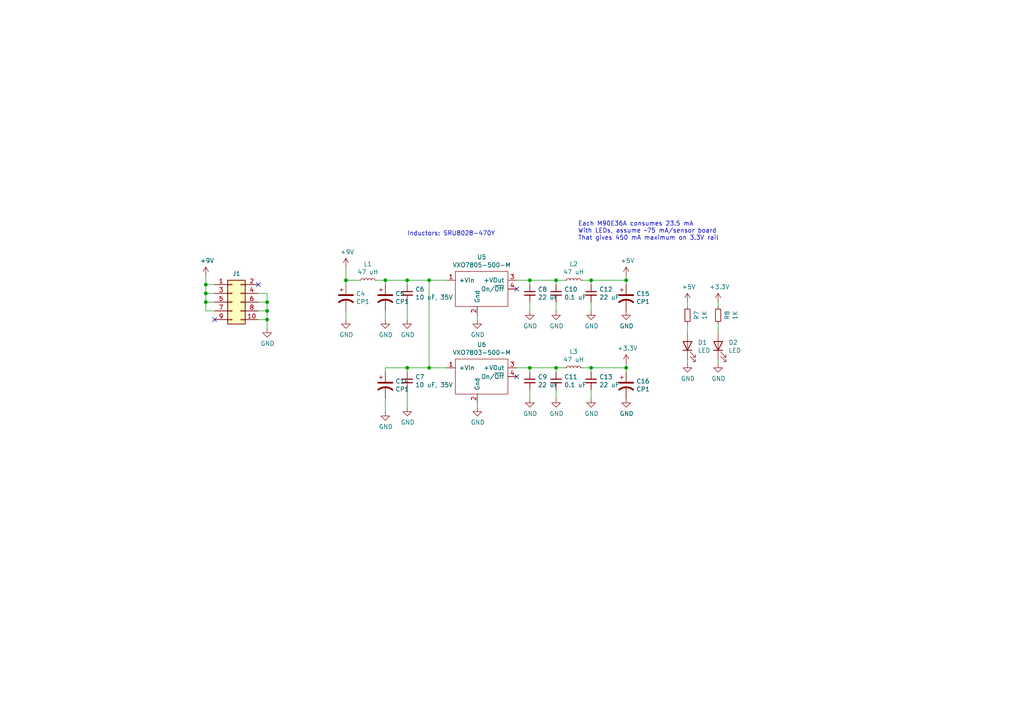
<source format=kicad_sch>
(kicad_sch (version 20230121) (generator eeschema)

  (uuid b96fe6ac-3535-4455-ab88-ed77f5e46d6e)

  (paper "A4")

  (lib_symbols
    (symbol "Connector_Generic:Conn_02x05_Odd_Even" (pin_names (offset 1.016) hide) (in_bom yes) (on_board yes)
      (property "Reference" "J" (at 1.27 7.62 0)
        (effects (font (size 1.27 1.27)))
      )
      (property "Value" "Conn_02x05_Odd_Even" (at 1.27 -7.62 0)
        (effects (font (size 1.27 1.27)))
      )
      (property "Footprint" "" (at 0 0 0)
        (effects (font (size 1.27 1.27)) hide)
      )
      (property "Datasheet" "~" (at 0 0 0)
        (effects (font (size 1.27 1.27)) hide)
      )
      (property "ki_keywords" "connector" (at 0 0 0)
        (effects (font (size 1.27 1.27)) hide)
      )
      (property "ki_description" "Generic connector, double row, 02x05, odd/even pin numbering scheme (row 1 odd numbers, row 2 even numbers), script generated (kicad-library-utils/schlib/autogen/connector/)" (at 0 0 0)
        (effects (font (size 1.27 1.27)) hide)
      )
      (property "ki_fp_filters" "Connector*:*_2x??_*" (at 0 0 0)
        (effects (font (size 1.27 1.27)) hide)
      )
      (symbol "Conn_02x05_Odd_Even_1_1"
        (rectangle (start -1.27 -4.953) (end 0 -5.207)
          (stroke (width 0.1524) (type default))
          (fill (type none))
        )
        (rectangle (start -1.27 -2.413) (end 0 -2.667)
          (stroke (width 0.1524) (type default))
          (fill (type none))
        )
        (rectangle (start -1.27 0.127) (end 0 -0.127)
          (stroke (width 0.1524) (type default))
          (fill (type none))
        )
        (rectangle (start -1.27 2.667) (end 0 2.413)
          (stroke (width 0.1524) (type default))
          (fill (type none))
        )
        (rectangle (start -1.27 5.207) (end 0 4.953)
          (stroke (width 0.1524) (type default))
          (fill (type none))
        )
        (rectangle (start -1.27 6.35) (end 3.81 -6.35)
          (stroke (width 0.254) (type default))
          (fill (type background))
        )
        (rectangle (start 3.81 -4.953) (end 2.54 -5.207)
          (stroke (width 0.1524) (type default))
          (fill (type none))
        )
        (rectangle (start 3.81 -2.413) (end 2.54 -2.667)
          (stroke (width 0.1524) (type default))
          (fill (type none))
        )
        (rectangle (start 3.81 0.127) (end 2.54 -0.127)
          (stroke (width 0.1524) (type default))
          (fill (type none))
        )
        (rectangle (start 3.81 2.667) (end 2.54 2.413)
          (stroke (width 0.1524) (type default))
          (fill (type none))
        )
        (rectangle (start 3.81 5.207) (end 2.54 4.953)
          (stroke (width 0.1524) (type default))
          (fill (type none))
        )
        (pin passive line (at -5.08 5.08 0) (length 3.81)
          (name "Pin_1" (effects (font (size 1.27 1.27))))
          (number "1" (effects (font (size 1.27 1.27))))
        )
        (pin passive line (at 7.62 -5.08 180) (length 3.81)
          (name "Pin_10" (effects (font (size 1.27 1.27))))
          (number "10" (effects (font (size 1.27 1.27))))
        )
        (pin passive line (at 7.62 5.08 180) (length 3.81)
          (name "Pin_2" (effects (font (size 1.27 1.27))))
          (number "2" (effects (font (size 1.27 1.27))))
        )
        (pin passive line (at -5.08 2.54 0) (length 3.81)
          (name "Pin_3" (effects (font (size 1.27 1.27))))
          (number "3" (effects (font (size 1.27 1.27))))
        )
        (pin passive line (at 7.62 2.54 180) (length 3.81)
          (name "Pin_4" (effects (font (size 1.27 1.27))))
          (number "4" (effects (font (size 1.27 1.27))))
        )
        (pin passive line (at -5.08 0 0) (length 3.81)
          (name "Pin_5" (effects (font (size 1.27 1.27))))
          (number "5" (effects (font (size 1.27 1.27))))
        )
        (pin passive line (at 7.62 0 180) (length 3.81)
          (name "Pin_6" (effects (font (size 1.27 1.27))))
          (number "6" (effects (font (size 1.27 1.27))))
        )
        (pin passive line (at -5.08 -2.54 0) (length 3.81)
          (name "Pin_7" (effects (font (size 1.27 1.27))))
          (number "7" (effects (font (size 1.27 1.27))))
        )
        (pin passive line (at 7.62 -2.54 180) (length 3.81)
          (name "Pin_8" (effects (font (size 1.27 1.27))))
          (number "8" (effects (font (size 1.27 1.27))))
        )
        (pin passive line (at -5.08 -5.08 0) (length 3.81)
          (name "Pin_9" (effects (font (size 1.27 1.27))))
          (number "9" (effects (font (size 1.27 1.27))))
        )
      )
    )
    (symbol "Device:CP1" (pin_numbers hide) (pin_names (offset 0.254) hide) (in_bom yes) (on_board yes)
      (property "Reference" "C" (at 0.635 2.54 0)
        (effects (font (size 1.27 1.27)) (justify left))
      )
      (property "Value" "Device_CP1" (at 0.635 -2.54 0)
        (effects (font (size 1.27 1.27)) (justify left))
      )
      (property "Footprint" "" (at 0 0 0)
        (effects (font (size 1.27 1.27)) hide)
      )
      (property "Datasheet" "" (at 0 0 0)
        (effects (font (size 1.27 1.27)) hide)
      )
      (property "ki_fp_filters" "CP_*" (at 0 0 0)
        (effects (font (size 1.27 1.27)) hide)
      )
      (symbol "CP1_0_1"
        (polyline
          (pts
            (xy -2.032 0.762)
            (xy 2.032 0.762)
          )
          (stroke (width 0.508) (type default))
          (fill (type none))
        )
        (polyline
          (pts
            (xy -1.778 2.286)
            (xy -0.762 2.286)
          )
          (stroke (width 0) (type default))
          (fill (type none))
        )
        (polyline
          (pts
            (xy -1.27 1.778)
            (xy -1.27 2.794)
          )
          (stroke (width 0) (type default))
          (fill (type none))
        )
        (arc (start 2.032 -1.27) (mid 0 -0.5572) (end -2.032 -1.27)
          (stroke (width 0.508) (type default))
          (fill (type none))
        )
      )
      (symbol "CP1_1_1"
        (pin passive line (at 0 3.81 270) (length 2.794)
          (name "~" (effects (font (size 1.27 1.27))))
          (number "1" (effects (font (size 1.27 1.27))))
        )
        (pin passive line (at 0 -3.81 90) (length 3.302)
          (name "~" (effects (font (size 1.27 1.27))))
          (number "2" (effects (font (size 1.27 1.27))))
        )
      )
    )
    (symbol "Device:C_Small" (pin_numbers hide) (pin_names (offset 0.254) hide) (in_bom yes) (on_board yes)
      (property "Reference" "C" (at 0.254 1.778 0)
        (effects (font (size 1.27 1.27)) (justify left))
      )
      (property "Value" "C_Small" (at 0.254 -2.032 0)
        (effects (font (size 1.27 1.27)) (justify left))
      )
      (property "Footprint" "" (at 0 0 0)
        (effects (font (size 1.27 1.27)) hide)
      )
      (property "Datasheet" "~" (at 0 0 0)
        (effects (font (size 1.27 1.27)) hide)
      )
      (property "ki_keywords" "capacitor cap" (at 0 0 0)
        (effects (font (size 1.27 1.27)) hide)
      )
      (property "ki_description" "Unpolarized capacitor, small symbol" (at 0 0 0)
        (effects (font (size 1.27 1.27)) hide)
      )
      (property "ki_fp_filters" "C_*" (at 0 0 0)
        (effects (font (size 1.27 1.27)) hide)
      )
      (symbol "C_Small_0_1"
        (polyline
          (pts
            (xy -1.524 -0.508)
            (xy 1.524 -0.508)
          )
          (stroke (width 0.3302) (type default))
          (fill (type none))
        )
        (polyline
          (pts
            (xy -1.524 0.508)
            (xy 1.524 0.508)
          )
          (stroke (width 0.3048) (type default))
          (fill (type none))
        )
      )
      (symbol "C_Small_1_1"
        (pin passive line (at 0 2.54 270) (length 2.032)
          (name "~" (effects (font (size 1.27 1.27))))
          (number "1" (effects (font (size 1.27 1.27))))
        )
        (pin passive line (at 0 -2.54 90) (length 2.032)
          (name "~" (effects (font (size 1.27 1.27))))
          (number "2" (effects (font (size 1.27 1.27))))
        )
      )
    )
    (symbol "Device:LED" (pin_numbers hide) (pin_names (offset 1.016) hide) (in_bom yes) (on_board yes)
      (property "Reference" "D" (at 0 2.54 0)
        (effects (font (size 1.27 1.27)))
      )
      (property "Value" "LED" (at 0 -2.54 0)
        (effects (font (size 1.27 1.27)))
      )
      (property "Footprint" "" (at 0 0 0)
        (effects (font (size 1.27 1.27)) hide)
      )
      (property "Datasheet" "~" (at 0 0 0)
        (effects (font (size 1.27 1.27)) hide)
      )
      (property "ki_keywords" "LED diode" (at 0 0 0)
        (effects (font (size 1.27 1.27)) hide)
      )
      (property "ki_description" "Light emitting diode" (at 0 0 0)
        (effects (font (size 1.27 1.27)) hide)
      )
      (property "ki_fp_filters" "LED* LED_SMD:* LED_THT:*" (at 0 0 0)
        (effects (font (size 1.27 1.27)) hide)
      )
      (symbol "LED_0_1"
        (polyline
          (pts
            (xy -1.27 -1.27)
            (xy -1.27 1.27)
          )
          (stroke (width 0.254) (type default))
          (fill (type none))
        )
        (polyline
          (pts
            (xy -1.27 0)
            (xy 1.27 0)
          )
          (stroke (width 0) (type default))
          (fill (type none))
        )
        (polyline
          (pts
            (xy 1.27 -1.27)
            (xy 1.27 1.27)
            (xy -1.27 0)
            (xy 1.27 -1.27)
          )
          (stroke (width 0.254) (type default))
          (fill (type none))
        )
        (polyline
          (pts
            (xy -3.048 -0.762)
            (xy -4.572 -2.286)
            (xy -3.81 -2.286)
            (xy -4.572 -2.286)
            (xy -4.572 -1.524)
          )
          (stroke (width 0) (type default))
          (fill (type none))
        )
        (polyline
          (pts
            (xy -1.778 -0.762)
            (xy -3.302 -2.286)
            (xy -2.54 -2.286)
            (xy -3.302 -2.286)
            (xy -3.302 -1.524)
          )
          (stroke (width 0) (type default))
          (fill (type none))
        )
      )
      (symbol "LED_1_1"
        (pin passive line (at -3.81 0 0) (length 2.54)
          (name "K" (effects (font (size 1.27 1.27))))
          (number "1" (effects (font (size 1.27 1.27))))
        )
        (pin passive line (at 3.81 0 180) (length 2.54)
          (name "A" (effects (font (size 1.27 1.27))))
          (number "2" (effects (font (size 1.27 1.27))))
        )
      )
    )
    (symbol "Device:L_Small" (pin_numbers hide) (pin_names (offset 0.254) hide) (in_bom yes) (on_board yes)
      (property "Reference" "L" (at 0.762 1.016 0)
        (effects (font (size 1.27 1.27)) (justify left))
      )
      (property "Value" "L_Small" (at 0.762 -1.016 0)
        (effects (font (size 1.27 1.27)) (justify left))
      )
      (property "Footprint" "" (at 0 0 0)
        (effects (font (size 1.27 1.27)) hide)
      )
      (property "Datasheet" "~" (at 0 0 0)
        (effects (font (size 1.27 1.27)) hide)
      )
      (property "ki_keywords" "inductor choke coil reactor magnetic" (at 0 0 0)
        (effects (font (size 1.27 1.27)) hide)
      )
      (property "ki_description" "Inductor, small symbol" (at 0 0 0)
        (effects (font (size 1.27 1.27)) hide)
      )
      (property "ki_fp_filters" "Choke_* *Coil* Inductor_* L_*" (at 0 0 0)
        (effects (font (size 1.27 1.27)) hide)
      )
      (symbol "L_Small_0_1"
        (arc (start 0 -2.032) (mid 0.5058 -1.524) (end 0 -1.016)
          (stroke (width 0) (type default))
          (fill (type none))
        )
        (arc (start 0 -1.016) (mid 0.5058 -0.508) (end 0 0)
          (stroke (width 0) (type default))
          (fill (type none))
        )
        (arc (start 0 0) (mid 0.5058 0.508) (end 0 1.016)
          (stroke (width 0) (type default))
          (fill (type none))
        )
        (arc (start 0 1.016) (mid 0.5058 1.524) (end 0 2.032)
          (stroke (width 0) (type default))
          (fill (type none))
        )
      )
      (symbol "L_Small_1_1"
        (pin passive line (at 0 2.54 270) (length 0.508)
          (name "~" (effects (font (size 1.27 1.27))))
          (number "1" (effects (font (size 1.27 1.27))))
        )
        (pin passive line (at 0 -2.54 90) (length 0.508)
          (name "~" (effects (font (size 1.27 1.27))))
          (number "2" (effects (font (size 1.27 1.27))))
        )
      )
    )
    (symbol "Device:R_Small" (pin_numbers hide) (pin_names (offset 0.254) hide) (in_bom yes) (on_board yes)
      (property "Reference" "R" (at 0.762 0.508 0)
        (effects (font (size 1.27 1.27)) (justify left))
      )
      (property "Value" "R_Small" (at 0.762 -1.016 0)
        (effects (font (size 1.27 1.27)) (justify left))
      )
      (property "Footprint" "" (at 0 0 0)
        (effects (font (size 1.27 1.27)) hide)
      )
      (property "Datasheet" "~" (at 0 0 0)
        (effects (font (size 1.27 1.27)) hide)
      )
      (property "ki_keywords" "R resistor" (at 0 0 0)
        (effects (font (size 1.27 1.27)) hide)
      )
      (property "ki_description" "Resistor, small symbol" (at 0 0 0)
        (effects (font (size 1.27 1.27)) hide)
      )
      (property "ki_fp_filters" "R_*" (at 0 0 0)
        (effects (font (size 1.27 1.27)) hide)
      )
      (symbol "R_Small_0_1"
        (rectangle (start -0.762 1.778) (end 0.762 -1.778)
          (stroke (width 0.2032) (type default))
          (fill (type none))
        )
      )
      (symbol "R_Small_1_1"
        (pin passive line (at 0 2.54 270) (length 0.762)
          (name "~" (effects (font (size 1.27 1.27))))
          (number "1" (effects (font (size 1.27 1.27))))
        )
        (pin passive line (at 0 -2.54 90) (length 0.762)
          (name "~" (effects (font (size 1.27 1.27))))
          (number "2" (effects (font (size 1.27 1.27))))
        )
      )
    )
    (symbol "custom:VXO78x-500-M" (pin_names (offset 1.016)) (in_bom yes) (on_board yes)
      (property "Reference" "U" (at -1.27 8.89 0)
        (effects (font (size 1.27 1.27)))
      )
      (property "Value" "VXO78x-500-M" (at 0 6.35 0)
        (effects (font (size 1.27 1.27)))
      )
      (property "Footprint" "custom:VXO78x-500-M" (at 0 0 0)
        (effects (font (size 1.27 1.27)) hide)
      )
      (property "Datasheet" "" (at 0 0 0)
        (effects (font (size 1.27 1.27)) hide)
      )
      (symbol "VXO78x-500-M_0_1"
        (rectangle (start -6.35 3.81) (end 8.89 -6.35)
          (stroke (width 0) (type default))
          (fill (type none))
        )
      )
      (symbol "VXO78x-500-M_1_1"
        (pin power_in line (at -8.89 1.27 0) (length 2.54)
          (name "+VIn" (effects (font (size 1.27 1.27))))
          (number "1" (effects (font (size 1.27 1.27))))
        )
        (pin power_in line (at 0 -8.89 90) (length 2.54)
          (name "Gnd" (effects (font (size 1.27 1.27))))
          (number "2" (effects (font (size 1.27 1.27))))
        )
        (pin power_out line (at 11.43 1.27 180) (length 2.54)
          (name "+VOut" (effects (font (size 1.27 1.27))))
          (number "3" (effects (font (size 1.27 1.27))))
        )
        (pin input line (at 11.43 -1.27 180) (length 2.54)
          (name "On/~{Off}" (effects (font (size 1.27 1.27))))
          (number "4" (effects (font (size 1.27 1.27))))
        )
      )
    )
    (symbol "power:+3.3V" (power) (pin_names (offset 0)) (in_bom yes) (on_board yes)
      (property "Reference" "#PWR" (at 0 -3.81 0)
        (effects (font (size 1.27 1.27)) hide)
      )
      (property "Value" "+3.3V" (at 0 3.556 0)
        (effects (font (size 1.27 1.27)))
      )
      (property "Footprint" "" (at 0 0 0)
        (effects (font (size 1.27 1.27)) hide)
      )
      (property "Datasheet" "" (at 0 0 0)
        (effects (font (size 1.27 1.27)) hide)
      )
      (property "ki_keywords" "global power" (at 0 0 0)
        (effects (font (size 1.27 1.27)) hide)
      )
      (property "ki_description" "Power symbol creates a global label with name \"+3.3V\"" (at 0 0 0)
        (effects (font (size 1.27 1.27)) hide)
      )
      (symbol "+3.3V_0_1"
        (polyline
          (pts
            (xy -0.762 1.27)
            (xy 0 2.54)
          )
          (stroke (width 0) (type default))
          (fill (type none))
        )
        (polyline
          (pts
            (xy 0 0)
            (xy 0 2.54)
          )
          (stroke (width 0) (type default))
          (fill (type none))
        )
        (polyline
          (pts
            (xy 0 2.54)
            (xy 0.762 1.27)
          )
          (stroke (width 0) (type default))
          (fill (type none))
        )
      )
      (symbol "+3.3V_1_1"
        (pin power_in line (at 0 0 90) (length 0) hide
          (name "+3.3V" (effects (font (size 1.27 1.27))))
          (number "1" (effects (font (size 1.27 1.27))))
        )
      )
    )
    (symbol "power:+5V" (power) (pin_names (offset 0)) (in_bom yes) (on_board yes)
      (property "Reference" "#PWR" (at 0 -3.81 0)
        (effects (font (size 1.27 1.27)) hide)
      )
      (property "Value" "+5V" (at 0 3.556 0)
        (effects (font (size 1.27 1.27)))
      )
      (property "Footprint" "" (at 0 0 0)
        (effects (font (size 1.27 1.27)) hide)
      )
      (property "Datasheet" "" (at 0 0 0)
        (effects (font (size 1.27 1.27)) hide)
      )
      (property "ki_keywords" "global power" (at 0 0 0)
        (effects (font (size 1.27 1.27)) hide)
      )
      (property "ki_description" "Power symbol creates a global label with name \"+5V\"" (at 0 0 0)
        (effects (font (size 1.27 1.27)) hide)
      )
      (symbol "+5V_0_1"
        (polyline
          (pts
            (xy -0.762 1.27)
            (xy 0 2.54)
          )
          (stroke (width 0) (type default))
          (fill (type none))
        )
        (polyline
          (pts
            (xy 0 0)
            (xy 0 2.54)
          )
          (stroke (width 0) (type default))
          (fill (type none))
        )
        (polyline
          (pts
            (xy 0 2.54)
            (xy 0.762 1.27)
          )
          (stroke (width 0) (type default))
          (fill (type none))
        )
      )
      (symbol "+5V_1_1"
        (pin power_in line (at 0 0 90) (length 0) hide
          (name "+5V" (effects (font (size 1.27 1.27))))
          (number "1" (effects (font (size 1.27 1.27))))
        )
      )
    )
    (symbol "power:+9V" (power) (pin_names (offset 0)) (in_bom yes) (on_board yes)
      (property "Reference" "#PWR" (at 0 -3.81 0)
        (effects (font (size 1.27 1.27)) hide)
      )
      (property "Value" "+9V" (at 0 3.556 0)
        (effects (font (size 1.27 1.27)))
      )
      (property "Footprint" "" (at 0 0 0)
        (effects (font (size 1.27 1.27)) hide)
      )
      (property "Datasheet" "" (at 0 0 0)
        (effects (font (size 1.27 1.27)) hide)
      )
      (property "ki_keywords" "global power" (at 0 0 0)
        (effects (font (size 1.27 1.27)) hide)
      )
      (property "ki_description" "Power symbol creates a global label with name \"+9V\"" (at 0 0 0)
        (effects (font (size 1.27 1.27)) hide)
      )
      (symbol "+9V_0_1"
        (polyline
          (pts
            (xy -0.762 1.27)
            (xy 0 2.54)
          )
          (stroke (width 0) (type default))
          (fill (type none))
        )
        (polyline
          (pts
            (xy 0 0)
            (xy 0 2.54)
          )
          (stroke (width 0) (type default))
          (fill (type none))
        )
        (polyline
          (pts
            (xy 0 2.54)
            (xy 0.762 1.27)
          )
          (stroke (width 0) (type default))
          (fill (type none))
        )
      )
      (symbol "+9V_1_1"
        (pin power_in line (at 0 0 90) (length 0) hide
          (name "+9V" (effects (font (size 1.27 1.27))))
          (number "1" (effects (font (size 1.27 1.27))))
        )
      )
    )
    (symbol "power:GND" (power) (pin_names (offset 0)) (in_bom yes) (on_board yes)
      (property "Reference" "#PWR" (at 0 -6.35 0)
        (effects (font (size 1.27 1.27)) hide)
      )
      (property "Value" "GND" (at 0 -3.81 0)
        (effects (font (size 1.27 1.27)))
      )
      (property "Footprint" "" (at 0 0 0)
        (effects (font (size 1.27 1.27)) hide)
      )
      (property "Datasheet" "" (at 0 0 0)
        (effects (font (size 1.27 1.27)) hide)
      )
      (property "ki_keywords" "global power" (at 0 0 0)
        (effects (font (size 1.27 1.27)) hide)
      )
      (property "ki_description" "Power symbol creates a global label with name \"GND\" , ground" (at 0 0 0)
        (effects (font (size 1.27 1.27)) hide)
      )
      (symbol "GND_0_1"
        (polyline
          (pts
            (xy 0 0)
            (xy 0 -1.27)
            (xy 1.27 -1.27)
            (xy 0 -2.54)
            (xy -1.27 -1.27)
            (xy 0 -1.27)
          )
          (stroke (width 0) (type default))
          (fill (type none))
        )
      )
      (symbol "GND_1_1"
        (pin power_in line (at 0 0 270) (length 0) hide
          (name "GND" (effects (font (size 1.27 1.27))))
          (number "1" (effects (font (size 1.27 1.27))))
        )
      )
    )
  )

  (junction (at 77.47 87.63) (diameter 0) (color 0 0 0 0)
    (uuid 026ac84e-b8b2-4dd2-b675-8323c24fd778)
  )
  (junction (at 181.61 81.28) (diameter 0) (color 0 0 0 0)
    (uuid 16bd6381-8ac0-4bf2-9dce-ecc20c724b8d)
  )
  (junction (at 161.29 81.28) (diameter 0) (color 0 0 0 0)
    (uuid 20c315f4-1e4f-49aa-8d61-778a7389df7e)
  )
  (junction (at 124.46 81.28) (diameter 0) (color 0 0 0 0)
    (uuid 2d67a417-188f-4014-9282-000265d80009)
  )
  (junction (at 77.47 92.71) (diameter 0) (color 0 0 0 0)
    (uuid 34d03349-6d78-4165-a683-2d8b76f2bae8)
  )
  (junction (at 100.33 81.28) (diameter 0) (color 0 0 0 0)
    (uuid 41acfe41-fac7-432a-a7a3-946566e2d504)
  )
  (junction (at 124.46 106.68) (diameter 0) (color 0 0 0 0)
    (uuid 477311b9-8f81-40c8-9c55-fd87e287247a)
  )
  (junction (at 171.45 106.68) (diameter 0) (color 0 0 0 0)
    (uuid 4fa10683-33cd-4dcd-8acc-2415cd63c62a)
  )
  (junction (at 118.11 81.28) (diameter 0) (color 0 0 0 0)
    (uuid 65134029-dbd2-409a-85a8-13c2a33ff019)
  )
  (junction (at 59.69 85.09) (diameter 0) (color 0 0 0 0)
    (uuid 6f80f798-dc24-438f-a1eb-4ee2936267c8)
  )
  (junction (at 161.29 106.68) (diameter 0) (color 0 0 0 0)
    (uuid 7b044939-8c4d-444f-b9e0-a15fcdeb5a86)
  )
  (junction (at 77.47 90.17) (diameter 0) (color 0 0 0 0)
    (uuid 86dc7a78-7d51-4111-9eea-8a8f7977eb16)
  )
  (junction (at 153.67 106.68) (diameter 0) (color 0 0 0 0)
    (uuid 89e83c2e-e90a-4a50-b278-880bac0cfb49)
  )
  (junction (at 171.45 81.28) (diameter 0) (color 0 0 0 0)
    (uuid 8d0c1d66-35ef-4a53-a28f-436a11b54f42)
  )
  (junction (at 59.69 82.55) (diameter 0) (color 0 0 0 0)
    (uuid 9a0b74a5-4879-4b51-8e8e-6d85a0107422)
  )
  (junction (at 59.69 87.63) (diameter 0) (color 0 0 0 0)
    (uuid aa79024d-ca7e-4c24-b127-7df08bbd0c75)
  )
  (junction (at 181.61 106.68) (diameter 0) (color 0 0 0 0)
    (uuid c5eb1e4c-ce83-470e-8f32-e20ff1f886a3)
  )
  (junction (at 118.11 106.68) (diameter 0) (color 0 0 0 0)
    (uuid cdfb07af-801b-44ba-8c30-d021a6ad3039)
  )
  (junction (at 153.67 81.28) (diameter 0) (color 0 0 0 0)
    (uuid d6fb27cf-362d-4568-967c-a5bf49d5931b)
  )
  (junction (at 111.76 81.28) (diameter 0) (color 0 0 0 0)
    (uuid e472dac4-5b65-4920-b8b2-6065d140a69d)
  )

  (no_connect (at 62.23 92.71) (uuid 1c68b844-c861-46b7-b734-0242168a4220))
  (no_connect (at 74.93 82.55) (uuid 4b03e854-02fe-44cc-bece-f8268b7cae54))
  (no_connect (at 149.86 109.22) (uuid 609b9e1b-4e3b-42b7-ac76-a62ec4d0e7c7))
  (no_connect (at 149.86 83.82) (uuid e54e5e19-1deb-49a9-8629-617db8e434c0))

  (wire (pts (xy 161.29 106.68) (xy 163.83 106.68))
    (stroke (width 0) (type default))
    (uuid 0325ec43-0390-4ae2-b055-b1ec6ce17b1c)
  )
  (wire (pts (xy 59.69 80.01) (xy 59.69 82.55))
    (stroke (width 0) (type default))
    (uuid 088f77ba-fca9-42b3-876e-a6937267f957)
  )
  (wire (pts (xy 124.46 106.68) (xy 124.46 81.28))
    (stroke (width 0) (type default))
    (uuid 097edb1b-8998-4e70-b670-bba125982348)
  )
  (wire (pts (xy 77.47 87.63) (xy 74.93 87.63))
    (stroke (width 0) (type default))
    (uuid 0bcafe80-ffba-4f1e-ae51-95a595b006db)
  )
  (wire (pts (xy 138.43 92.71) (xy 138.43 91.44))
    (stroke (width 0) (type default))
    (uuid 0cc45b5b-96b3-4284-9cae-a3a9e324a916)
  )
  (wire (pts (xy 161.29 90.17) (xy 161.29 87.63))
    (stroke (width 0) (type default))
    (uuid 0ce8d3ab-2662-4158-8a2a-18b782908fc5)
  )
  (wire (pts (xy 208.28 105.41) (xy 208.28 104.14))
    (stroke (width 0) (type default))
    (uuid 0e27366e-b074-4d1b-9942-fbacd3c21635)
  )
  (wire (pts (xy 124.46 81.28) (xy 129.54 81.28))
    (stroke (width 0) (type default))
    (uuid 14c51520-6d91-4098-a59a-5121f2a898f7)
  )
  (wire (pts (xy 171.45 115.57) (xy 171.45 113.03))
    (stroke (width 0) (type default))
    (uuid 20cca02e-4c4d-4961-b6b4-b40a1731b220)
  )
  (wire (pts (xy 118.11 107.95) (xy 118.11 106.68))
    (stroke (width 0) (type default))
    (uuid 25e5aa8e-2696-44a3-8d3c-c2c53f2923cf)
  )
  (wire (pts (xy 59.69 87.63) (xy 62.23 87.63))
    (stroke (width 0) (type default))
    (uuid 26801cfb-b53b-4a6a-a2f4-5f4986565765)
  )
  (wire (pts (xy 171.45 81.28) (xy 181.61 81.28))
    (stroke (width 0) (type default))
    (uuid 27d56953-c620-4d5b-9c1c-e48bc3d9684a)
  )
  (wire (pts (xy 171.45 106.68) (xy 181.61 106.68))
    (stroke (width 0) (type default))
    (uuid 2846428d-39de-4eae-8ce2-64955d56c493)
  )
  (wire (pts (xy 171.45 90.17) (xy 171.45 87.63))
    (stroke (width 0) (type default))
    (uuid 29e058a7-50a3-43e5-81c3-bfee53da08be)
  )
  (wire (pts (xy 74.93 85.09) (xy 77.47 85.09))
    (stroke (width 0) (type default))
    (uuid 34cdc1c9-c9e2-44c4-9677-c1c7d7efd83d)
  )
  (wire (pts (xy 77.47 90.17) (xy 74.93 90.17))
    (stroke (width 0) (type default))
    (uuid 37b6c6d6-3e12-4736-912a-ea6e2bf06721)
  )
  (wire (pts (xy 100.33 81.28) (xy 104.14 81.28))
    (stroke (width 0) (type default))
    (uuid 3a52f112-cb97-43db-aaeb-20afe27664d7)
  )
  (wire (pts (xy 199.39 104.14) (xy 199.39 105.41))
    (stroke (width 0) (type default))
    (uuid 3eaa8f1d-8d4e-498e-9bca-3f52aac024ae)
  )
  (wire (pts (xy 171.45 82.55) (xy 171.45 81.28))
    (stroke (width 0) (type default))
    (uuid 3fd54105-4b7e-4004-9801-76ec66108a22)
  )
  (wire (pts (xy 161.29 115.57) (xy 161.29 113.03))
    (stroke (width 0) (type default))
    (uuid 40b14a16-fb82-4b9d-89dd-55cd98abb5cc)
  )
  (wire (pts (xy 208.28 96.52) (xy 208.28 93.98))
    (stroke (width 0) (type default))
    (uuid 4ada0a83-4f3f-4215-97bd-7a42d26a4bf3)
  )
  (wire (pts (xy 161.29 106.68) (xy 153.67 106.68))
    (stroke (width 0) (type default))
    (uuid 576c6616-e95d-4f1e-8ead-dea30fcdc8c2)
  )
  (wire (pts (xy 181.61 106.68) (xy 181.61 105.41))
    (stroke (width 0) (type default))
    (uuid 60dcd1fe-7079-4cb8-b509-04558ccf5097)
  )
  (wire (pts (xy 100.33 81.28) (xy 100.33 77.47))
    (stroke (width 0) (type default))
    (uuid 644ae9fc-3c8e-4089-866e-a12bf371c3e9)
  )
  (wire (pts (xy 118.11 82.55) (xy 118.11 81.28))
    (stroke (width 0) (type default))
    (uuid 6bf05d19-ba3e-4ba6-8a6f-4e0bc45ea3b2)
  )
  (wire (pts (xy 171.45 81.28) (xy 168.91 81.28))
    (stroke (width 0) (type default))
    (uuid 6fd4442e-30b3-428b-9306-61418a63d311)
  )
  (wire (pts (xy 59.69 82.55) (xy 59.69 85.09))
    (stroke (width 0) (type default))
    (uuid 71989e06-8659-4605-b2da-4f729cc41263)
  )
  (wire (pts (xy 181.61 81.28) (xy 181.61 82.55))
    (stroke (width 0) (type default))
    (uuid 730b670c-9bcf-4dcd-9a8d-fcaa61fb0955)
  )
  (wire (pts (xy 111.76 106.68) (xy 111.76 107.95))
    (stroke (width 0) (type default))
    (uuid 789ca812-3e0c-4a3f-97bc-a916dd9bce80)
  )
  (wire (pts (xy 163.83 81.28) (xy 161.29 81.28))
    (stroke (width 0) (type default))
    (uuid 7a4ce4b3-518a-4819-b8b2-5127b3347c64)
  )
  (wire (pts (xy 161.29 81.28) (xy 153.67 81.28))
    (stroke (width 0) (type default))
    (uuid 7e0a03ae-d054-4f76-a131-5c09b8dc1636)
  )
  (wire (pts (xy 111.76 81.28) (xy 111.76 82.55))
    (stroke (width 0) (type default))
    (uuid 8087f566-a94d-4bbc-985b-e49ee7762296)
  )
  (wire (pts (xy 124.46 106.68) (xy 129.54 106.68))
    (stroke (width 0) (type default))
    (uuid 84e5506c-143e-495f-9aa4-d3a71622f213)
  )
  (wire (pts (xy 181.61 81.28) (xy 181.61 80.01))
    (stroke (width 0) (type default))
    (uuid 85b7594c-358f-454b-b2ad-dd0b1d67ed76)
  )
  (wire (pts (xy 181.61 106.68) (xy 181.61 107.95))
    (stroke (width 0) (type default))
    (uuid 8a650ebf-3f78-4ca4-a26b-a5028693e36d)
  )
  (wire (pts (xy 171.45 107.95) (xy 171.45 106.68))
    (stroke (width 0) (type default))
    (uuid 8bc2c25a-a1f1-4ce8-b96a-a4f8f4c35079)
  )
  (wire (pts (xy 118.11 81.28) (xy 124.46 81.28))
    (stroke (width 0) (type default))
    (uuid 8c1605f9-6c91-4701-96bf-e753661d5e23)
  )
  (wire (pts (xy 109.22 81.28) (xy 111.76 81.28))
    (stroke (width 0) (type default))
    (uuid 8d9a3ecc-539f-41da-8099-d37cea9c28e7)
  )
  (wire (pts (xy 161.29 82.55) (xy 161.29 81.28))
    (stroke (width 0) (type default))
    (uuid 9193c41e-d425-447d-b95c-6986d66ea01c)
  )
  (wire (pts (xy 118.11 81.28) (xy 111.76 81.28))
    (stroke (width 0) (type default))
    (uuid 98c78427-acd5-4f90-9ad6-9f61c4809aec)
  )
  (wire (pts (xy 111.76 92.71) (xy 111.76 90.17))
    (stroke (width 0) (type default))
    (uuid 994b6220-4755-4d84-91b3-6122ac1c2c5e)
  )
  (wire (pts (xy 168.91 106.68) (xy 171.45 106.68))
    (stroke (width 0) (type default))
    (uuid 9cbf35b8-f4d3-42a3-bb16-04ffd03fd8fd)
  )
  (wire (pts (xy 118.11 118.11) (xy 118.11 113.03))
    (stroke (width 0) (type default))
    (uuid a24ddb4f-c217-42ca-b6cb-d12da84fb2b9)
  )
  (wire (pts (xy 161.29 107.95) (xy 161.29 106.68))
    (stroke (width 0) (type default))
    (uuid a5e521b9-814e-4853-a5ac-f158785c6269)
  )
  (wire (pts (xy 100.33 90.17) (xy 100.33 92.71))
    (stroke (width 0) (type default))
    (uuid abe07c9a-17c3-43b5-b7a6-ae867ac27ea7)
  )
  (wire (pts (xy 153.67 81.28) (xy 153.67 82.55))
    (stroke (width 0) (type default))
    (uuid b1ddb058-f7b2-429c-9489-f4e2242ad7e5)
  )
  (wire (pts (xy 77.47 92.71) (xy 77.47 95.25))
    (stroke (width 0) (type default))
    (uuid b5071759-a4d7-4769-be02-251f23cd4454)
  )
  (wire (pts (xy 118.11 92.71) (xy 118.11 87.63))
    (stroke (width 0) (type default))
    (uuid b7867831-ef82-4f33-a926-59e5c1c09b91)
  )
  (wire (pts (xy 77.47 90.17) (xy 77.47 92.71))
    (stroke (width 0) (type default))
    (uuid bb4b1afc-c46e-451d-8dad-36b7dec82f26)
  )
  (wire (pts (xy 149.86 106.68) (xy 153.67 106.68))
    (stroke (width 0) (type default))
    (uuid c106154f-d948-43e5-abfa-e1b96055d91b)
  )
  (wire (pts (xy 199.39 87.63) (xy 199.39 88.9))
    (stroke (width 0) (type default))
    (uuid c204397a-eb0d-41bb-acc3-8432dc3e962f)
  )
  (wire (pts (xy 59.69 90.17) (xy 62.23 90.17))
    (stroke (width 0) (type default))
    (uuid c49d23ab-146d-4089-864f-2d22b5b414b9)
  )
  (wire (pts (xy 59.69 87.63) (xy 59.69 90.17))
    (stroke (width 0) (type default))
    (uuid c7af8405-da2e-4a34-b9b8-518f342f8995)
  )
  (wire (pts (xy 153.67 115.57) (xy 153.67 113.03))
    (stroke (width 0) (type default))
    (uuid cb614b23-9af3-4aec-bed8-c1374e001510)
  )
  (wire (pts (xy 208.28 88.9) (xy 208.28 87.63))
    (stroke (width 0) (type default))
    (uuid d2739802-c016-49c5-ad9a-b90bdae8edb2)
  )
  (wire (pts (xy 77.47 85.09) (xy 77.47 87.63))
    (stroke (width 0) (type default))
    (uuid da25bf79-0abb-4fac-a221-ca5c574dfc29)
  )
  (wire (pts (xy 199.39 93.98) (xy 199.39 96.52))
    (stroke (width 0) (type default))
    (uuid dd0279bd-0a95-41d1-a003-804eda93da17)
  )
  (wire (pts (xy 77.47 87.63) (xy 77.47 90.17))
    (stroke (width 0) (type default))
    (uuid e32ee344-1030-4498-9cac-bfbf7540faf4)
  )
  (wire (pts (xy 111.76 115.57) (xy 111.76 119.38))
    (stroke (width 0) (type default))
    (uuid e43dbe34-ed17-4e35-a5c7-2f1679b3c415)
  )
  (wire (pts (xy 118.11 106.68) (xy 111.76 106.68))
    (stroke (width 0) (type default))
    (uuid e6b860cc-cb76-4220-acfb-68f1eb348bfa)
  )
  (wire (pts (xy 62.23 82.55) (xy 59.69 82.55))
    (stroke (width 0) (type default))
    (uuid eae14f5f-515c-4a6f-ad0e-e8ef233d14bf)
  )
  (wire (pts (xy 153.67 90.17) (xy 153.67 87.63))
    (stroke (width 0) (type default))
    (uuid ebd06df3-d52b-4cff-99a2-a771df6d3733)
  )
  (wire (pts (xy 149.86 81.28) (xy 153.67 81.28))
    (stroke (width 0) (type default))
    (uuid eee16674-2d21-45b6-ab5e-d669125df26c)
  )
  (wire (pts (xy 118.11 106.68) (xy 124.46 106.68))
    (stroke (width 0) (type default))
    (uuid f1447ad6-651c-45be-a2d6-33bddf672c2c)
  )
  (wire (pts (xy 153.67 106.68) (xy 153.67 107.95))
    (stroke (width 0) (type default))
    (uuid f449bd37-cc90-4487-aee6-2a20b8d2843a)
  )
  (wire (pts (xy 100.33 82.55) (xy 100.33 81.28))
    (stroke (width 0) (type default))
    (uuid f4eb0267-179f-46c9-b516-9bfb06bac1ba)
  )
  (wire (pts (xy 59.69 85.09) (xy 62.23 85.09))
    (stroke (width 0) (type default))
    (uuid f66398f1-1ae7-4d4d-939f-958c174c6bce)
  )
  (wire (pts (xy 138.43 118.11) (xy 138.43 116.84))
    (stroke (width 0) (type default))
    (uuid f6c644f4-3036-41a6-9e14-2c08c079c6cd)
  )
  (wire (pts (xy 59.69 85.09) (xy 59.69 87.63))
    (stroke (width 0) (type default))
    (uuid f78e02cd-9600-4173-be8d-67e530b5d19f)
  )
  (wire (pts (xy 77.47 92.71) (xy 74.93 92.71))
    (stroke (width 0) (type default))
    (uuid f8fc38ec-0b98-40bc-ae2f-e5cc29973bca)
  )

  (text "Each M90E36A consumes 23.5 mA\nWith LEDs, assume ~75 mA/sensor board\nThat gives 450 mA maximum on 3.3V rail"
    (at 167.64 69.85 0)
    (effects (font (size 1.27 1.27)) (justify left bottom))
    (uuid 0f324b67-75ef-407f-8dbc-3c1fc5c2abba)
  )
  (text "Inductors: SRU8028-470Y" (at 118.11 68.58 0)
    (effects (font (size 1.27 1.27)) (justify left bottom))
    (uuid 9f8381e9-3077-4453-a480-a01ad9c1a940)
  )

  (symbol (lib_id "Connector_Generic:Conn_02x05_Odd_Even") (at 67.31 87.63 0) (unit 1)
    (in_bom yes) (on_board yes) (dnp no)
    (uuid 00000000-0000-0000-0000-00005f44c5f0)
    (property "Reference" "J1" (at 68.58 79.375 0)
      (effects (font (size 1.27 1.27)))
    )
    (property "Value" "Conn_02x05_Odd_Even" (at 68.58 79.3496 0)
      (effects (font (size 1.27 1.27)) hide)
    )
    (property "Footprint" "Connector_IDC:IDC-Header_2x05_P2.54mm_Vertical" (at 67.31 87.63 0)
      (effects (font (size 1.27 1.27)) hide)
    )
    (property "Datasheet" "~" (at 67.31 87.63 0)
      (effects (font (size 1.27 1.27)) hide)
    )
    (pin "1" (uuid 40886d90-cda1-45d3-84c9-605575893f32))
    (pin "10" (uuid 03a945c4-67bc-4db1-8c8f-10988efbe275))
    (pin "2" (uuid f59ee99e-0d59-4645-9027-6900c1022f95))
    (pin "3" (uuid eab660b0-3959-4b86-aceb-bc26ac1d6b39))
    (pin "4" (uuid 352cda21-dedb-4485-a43f-d833b809d07b))
    (pin "5" (uuid c15966b6-7997-4bb6-ae70-7a748e30c0c5))
    (pin "6" (uuid 98ba1f83-29b0-4e63-b3fc-78524cf3b016))
    (pin "7" (uuid 657cd4e0-7159-4348-8b37-b29f731895e1))
    (pin "8" (uuid 47eda29f-ba76-4d15-a44f-eeef8a11ec18))
    (pin "9" (uuid e70fb45f-ece6-45b3-afaf-43ec343d86d9))
    (instances
      (project "EnergyMonitor - ESP PCB"
        (path "/12422a89-3d0c-485c-9386-f77121fd68fd/00000000-0000-0000-0000-00005f514f01"
          (reference "J1") (unit 1)
        )
      )
    )
  )

  (symbol (lib_id "power:GND") (at 77.47 95.25 0) (unit 1)
    (in_bom yes) (on_board yes) (dnp no)
    (uuid 00000000-0000-0000-0000-00005f44dd24)
    (property "Reference" "#PWR03" (at 77.47 101.6 0)
      (effects (font (size 1.27 1.27)) hide)
    )
    (property "Value" "GND" (at 77.597 99.6442 0)
      (effects (font (size 1.27 1.27)))
    )
    (property "Footprint" "" (at 77.47 95.25 0)
      (effects (font (size 1.27 1.27)) hide)
    )
    (property "Datasheet" "" (at 77.47 95.25 0)
      (effects (font (size 1.27 1.27)) hide)
    )
    (pin "1" (uuid 20ec74bb-77d2-4b6f-a40c-c578cb255ece))
    (instances
      (project "EnergyMonitor - ESP PCB"
        (path "/12422a89-3d0c-485c-9386-f77121fd68fd/00000000-0000-0000-0000-00005f514f01"
          (reference "#PWR03") (unit 1)
        )
      )
    )
  )

  (symbol (lib_id "power:+9V") (at 59.69 80.01 0) (unit 1)
    (in_bom yes) (on_board yes) (dnp no)
    (uuid 00000000-0000-0000-0000-00005f44e4f7)
    (property "Reference" "#PWR01" (at 59.69 83.82 0)
      (effects (font (size 1.27 1.27)) hide)
    )
    (property "Value" "+9V" (at 60.071 75.6158 0)
      (effects (font (size 1.27 1.27)))
    )
    (property "Footprint" "" (at 59.69 80.01 0)
      (effects (font (size 1.27 1.27)) hide)
    )
    (property "Datasheet" "" (at 59.69 80.01 0)
      (effects (font (size 1.27 1.27)) hide)
    )
    (pin "1" (uuid 3defaca2-da09-413b-8e01-bac4b2c97437))
    (instances
      (project "EnergyMonitor - ESP PCB"
        (path "/12422a89-3d0c-485c-9386-f77121fd68fd/00000000-0000-0000-0000-00005f514f01"
          (reference "#PWR01") (unit 1)
        )
      )
    )
  )

  (symbol (lib_id "custom:VXO78x-500-M") (at 138.43 82.55 0) (unit 1)
    (in_bom yes) (on_board yes) (dnp no)
    (uuid 00000000-0000-0000-0000-00005f6b5222)
    (property "Reference" "U5" (at 139.7 74.549 0)
      (effects (font (size 1.27 1.27)))
    )
    (property "Value" "VXO7805-500-M" (at 139.7 76.8604 0)
      (effects (font (size 1.27 1.27)))
    )
    (property "Footprint" "custom:VXO78x-500-M" (at 138.43 82.55 0)
      (effects (font (size 1.27 1.27)) hide)
    )
    (property "Datasheet" "" (at 138.43 82.55 0)
      (effects (font (size 1.27 1.27)) hide)
    )
    (pin "1" (uuid 9d7b1418-6c23-4392-bd3f-16d1b3bd9909))
    (pin "2" (uuid e9df2aa3-1084-4574-9b2a-3d92d0e416c5))
    (pin "3" (uuid d5823300-6b02-4e88-bc17-6f4c3d13538e))
    (pin "4" (uuid c0c42ae1-bb77-4061-9dbe-7d700002ef2b))
    (instances
      (project "EnergyMonitor - ESP PCB"
        (path "/12422a89-3d0c-485c-9386-f77121fd68fd/00000000-0000-0000-0000-00005f514f01"
          (reference "U5") (unit 1)
        )
      )
    )
  )

  (symbol (lib_id "custom:VXO78x-500-M") (at 138.43 107.95 0) (unit 1)
    (in_bom yes) (on_board yes) (dnp no)
    (uuid 00000000-0000-0000-0000-00005f6d7b84)
    (property "Reference" "U6" (at 139.7 99.949 0)
      (effects (font (size 1.27 1.27)))
    )
    (property "Value" "VXO7803-500-M" (at 139.7 102.2604 0)
      (effects (font (size 1.27 1.27)))
    )
    (property "Footprint" "custom:VXO78x-500-M" (at 138.43 107.95 0)
      (effects (font (size 1.27 1.27)) hide)
    )
    (property "Datasheet" "" (at 138.43 107.95 0)
      (effects (font (size 1.27 1.27)) hide)
    )
    (pin "1" (uuid d2980117-00b9-4eaa-9fba-07086935c25b))
    (pin "2" (uuid 4498de84-184b-4466-b3d7-cde1d7bc9519))
    (pin "3" (uuid 67dc001b-871f-4ea4-b90b-a6c227f38e8e))
    (pin "4" (uuid 21a98fd8-a677-4041-a72a-fa16dabfe8d3))
    (instances
      (project "EnergyMonitor - ESP PCB"
        (path "/12422a89-3d0c-485c-9386-f77121fd68fd/00000000-0000-0000-0000-00005f514f01"
          (reference "U6") (unit 1)
        )
      )
    )
  )

  (symbol (lib_id "power:+9V") (at 100.33 77.47 0) (unit 1)
    (in_bom yes) (on_board yes) (dnp no)
    (uuid 00000000-0000-0000-0000-00005f6d8223)
    (property "Reference" "#PWR09" (at 100.33 81.28 0)
      (effects (font (size 1.27 1.27)) hide)
    )
    (property "Value" "+9V" (at 100.711 73.0758 0)
      (effects (font (size 1.27 1.27)))
    )
    (property "Footprint" "" (at 100.33 77.47 0)
      (effects (font (size 1.27 1.27)) hide)
    )
    (property "Datasheet" "" (at 100.33 77.47 0)
      (effects (font (size 1.27 1.27)) hide)
    )
    (pin "1" (uuid fe57d6c6-6a58-4e27-ae49-abe5c6360092))
    (instances
      (project "EnergyMonitor - ESP PCB"
        (path "/12422a89-3d0c-485c-9386-f77121fd68fd/00000000-0000-0000-0000-00005f514f01"
          (reference "#PWR09") (unit 1)
        )
      )
    )
  )

  (symbol (lib_id "power:GND") (at 138.43 118.11 0) (unit 1)
    (in_bom yes) (on_board yes) (dnp no)
    (uuid 00000000-0000-0000-0000-00005f6d90a5)
    (property "Reference" "#PWR033" (at 138.43 124.46 0)
      (effects (font (size 1.27 1.27)) hide)
    )
    (property "Value" "GND" (at 138.557 122.5042 0)
      (effects (font (size 1.27 1.27)))
    )
    (property "Footprint" "" (at 138.43 118.11 0)
      (effects (font (size 1.27 1.27)) hide)
    )
    (property "Datasheet" "" (at 138.43 118.11 0)
      (effects (font (size 1.27 1.27)) hide)
    )
    (pin "1" (uuid c6098337-237a-43e2-975b-327bcd93e6fe))
    (instances
      (project "EnergyMonitor - ESP PCB"
        (path "/12422a89-3d0c-485c-9386-f77121fd68fd/00000000-0000-0000-0000-00005f514f01"
          (reference "#PWR033") (unit 1)
        )
      )
    )
  )

  (symbol (lib_id "power:GND") (at 138.43 92.71 0) (unit 1)
    (in_bom yes) (on_board yes) (dnp no)
    (uuid 00000000-0000-0000-0000-00005f6d9738)
    (property "Reference" "#PWR032" (at 138.43 99.06 0)
      (effects (font (size 1.27 1.27)) hide)
    )
    (property "Value" "GND" (at 138.557 97.1042 0)
      (effects (font (size 1.27 1.27)))
    )
    (property "Footprint" "" (at 138.43 92.71 0)
      (effects (font (size 1.27 1.27)) hide)
    )
    (property "Datasheet" "" (at 138.43 92.71 0)
      (effects (font (size 1.27 1.27)) hide)
    )
    (pin "1" (uuid 73a6a009-f337-4955-97a4-ef652363f668))
    (instances
      (project "EnergyMonitor - ESP PCB"
        (path "/12422a89-3d0c-485c-9386-f77121fd68fd/00000000-0000-0000-0000-00005f514f01"
          (reference "#PWR032") (unit 1)
        )
      )
    )
  )

  (symbol (lib_id "Device:C_Small") (at 118.11 110.49 0) (unit 1)
    (in_bom yes) (on_board yes) (dnp no)
    (uuid 00000000-0000-0000-0000-00005f748ce4)
    (property "Reference" "C7" (at 120.4468 109.3216 0)
      (effects (font (size 1.27 1.27)) (justify left))
    )
    (property "Value" "10 uF, 35V" (at 120.4468 111.633 0)
      (effects (font (size 1.27 1.27)) (justify left))
    )
    (property "Footprint" "Capacitor_SMD:C_1206_3216Metric" (at 118.11 110.49 0)
      (effects (font (size 1.27 1.27)) hide)
    )
    (property "Datasheet" "~" (at 118.11 110.49 0)
      (effects (font (size 1.27 1.27)) hide)
    )
    (pin "1" (uuid e726cc5d-4354-4b0e-8bd9-6aa8c2320ae5))
    (pin "2" (uuid f2b896bb-e819-4110-8d4c-b414b3d70341))
    (instances
      (project "EnergyMonitor - ESP PCB"
        (path "/12422a89-3d0c-485c-9386-f77121fd68fd/00000000-0000-0000-0000-00005f514f01"
          (reference "C7") (unit 1)
        )
      )
    )
  )

  (symbol (lib_id "Device:C_Small") (at 118.11 85.09 0) (unit 1)
    (in_bom yes) (on_board yes) (dnp no)
    (uuid 00000000-0000-0000-0000-00005f749917)
    (property "Reference" "C6" (at 120.4468 83.9216 0)
      (effects (font (size 1.27 1.27)) (justify left))
    )
    (property "Value" "10 uF, 35V" (at 120.4468 86.233 0)
      (effects (font (size 1.27 1.27)) (justify left))
    )
    (property "Footprint" "Capacitor_SMD:C_1206_3216Metric" (at 118.11 85.09 0)
      (effects (font (size 1.27 1.27)) hide)
    )
    (property "Datasheet" "~" (at 118.11 85.09 0)
      (effects (font (size 1.27 1.27)) hide)
    )
    (pin "1" (uuid 01ebb1b5-4c7a-4fd8-a863-f7885885459b))
    (pin "2" (uuid 9c65e1c6-8ab1-414a-9272-fe2482ea1a5a))
    (instances
      (project "EnergyMonitor - ESP PCB"
        (path "/12422a89-3d0c-485c-9386-f77121fd68fd/00000000-0000-0000-0000-00005f514f01"
          (reference "C6") (unit 1)
        )
      )
    )
  )

  (symbol (lib_id "Device:C_Small") (at 153.67 85.09 0) (unit 1)
    (in_bom yes) (on_board yes) (dnp no)
    (uuid 00000000-0000-0000-0000-00005f74a0cf)
    (property "Reference" "C8" (at 156.0068 83.9216 0)
      (effects (font (size 1.27 1.27)) (justify left))
    )
    (property "Value" "22 uF" (at 156.0068 86.233 0)
      (effects (font (size 1.27 1.27)) (justify left))
    )
    (property "Footprint" "Capacitor_SMD:C_1206_3216Metric" (at 153.67 85.09 0)
      (effects (font (size 1.27 1.27)) hide)
    )
    (property "Datasheet" "~" (at 153.67 85.09 0)
      (effects (font (size 1.27 1.27)) hide)
    )
    (pin "1" (uuid 64918e7a-0abb-4f6f-9852-97bcf130e83b))
    (pin "2" (uuid 955e0c96-b70c-4c38-a7d6-08ba4e2c2d5d))
    (instances
      (project "EnergyMonitor - ESP PCB"
        (path "/12422a89-3d0c-485c-9386-f77121fd68fd/00000000-0000-0000-0000-00005f514f01"
          (reference "C8") (unit 1)
        )
      )
    )
  )

  (symbol (lib_id "power:GND") (at 118.11 92.71 0) (unit 1)
    (in_bom yes) (on_board yes) (dnp no)
    (uuid 00000000-0000-0000-0000-00005f762e45)
    (property "Reference" "#PWR030" (at 118.11 99.06 0)
      (effects (font (size 1.27 1.27)) hide)
    )
    (property "Value" "GND" (at 118.237 97.1042 0)
      (effects (font (size 1.27 1.27)))
    )
    (property "Footprint" "" (at 118.11 92.71 0)
      (effects (font (size 1.27 1.27)) hide)
    )
    (property "Datasheet" "" (at 118.11 92.71 0)
      (effects (font (size 1.27 1.27)) hide)
    )
    (pin "1" (uuid 51bf7a25-09cb-458d-97aa-3ccc536fdded))
    (instances
      (project "EnergyMonitor - ESP PCB"
        (path "/12422a89-3d0c-485c-9386-f77121fd68fd/00000000-0000-0000-0000-00005f514f01"
          (reference "#PWR030") (unit 1)
        )
      )
    )
  )

  (symbol (lib_id "power:GND") (at 118.11 118.11 0) (unit 1)
    (in_bom yes) (on_board yes) (dnp no)
    (uuid 00000000-0000-0000-0000-00005f7636df)
    (property "Reference" "#PWR031" (at 118.11 124.46 0)
      (effects (font (size 1.27 1.27)) hide)
    )
    (property "Value" "GND" (at 118.237 122.5042 0)
      (effects (font (size 1.27 1.27)))
    )
    (property "Footprint" "" (at 118.11 118.11 0)
      (effects (font (size 1.27 1.27)) hide)
    )
    (property "Datasheet" "" (at 118.11 118.11 0)
      (effects (font (size 1.27 1.27)) hide)
    )
    (pin "1" (uuid 7e967aeb-4479-4720-ba3c-6df2a32c60ab))
    (instances
      (project "EnergyMonitor - ESP PCB"
        (path "/12422a89-3d0c-485c-9386-f77121fd68fd/00000000-0000-0000-0000-00005f514f01"
          (reference "#PWR031") (unit 1)
        )
      )
    )
  )

  (symbol (lib_id "Device:C_Small") (at 153.67 110.49 0) (unit 1)
    (in_bom yes) (on_board yes) (dnp no)
    (uuid 00000000-0000-0000-0000-00005f8494e4)
    (property "Reference" "C9" (at 156.0068 109.3216 0)
      (effects (font (size 1.27 1.27)) (justify left))
    )
    (property "Value" "22 uF" (at 156.0068 111.633 0)
      (effects (font (size 1.27 1.27)) (justify left))
    )
    (property "Footprint" "Capacitor_SMD:C_1206_3216Metric" (at 153.67 110.49 0)
      (effects (font (size 1.27 1.27)) hide)
    )
    (property "Datasheet" "~" (at 153.67 110.49 0)
      (effects (font (size 1.27 1.27)) hide)
    )
    (pin "1" (uuid 737724c0-2c60-4036-86dd-d53fbfe67f53))
    (pin "2" (uuid 3d517e64-c57c-4b63-ac24-3a91be578050))
    (instances
      (project "EnergyMonitor - ESP PCB"
        (path "/12422a89-3d0c-485c-9386-f77121fd68fd/00000000-0000-0000-0000-00005f514f01"
          (reference "C9") (unit 1)
        )
      )
    )
  )

  (symbol (lib_id "Device:C_Small") (at 161.29 85.09 0) (unit 1)
    (in_bom yes) (on_board yes) (dnp no)
    (uuid 00000000-0000-0000-0000-00005f84a377)
    (property "Reference" "C10" (at 163.6268 83.9216 0)
      (effects (font (size 1.27 1.27)) (justify left))
    )
    (property "Value" "0.1 uF" (at 163.6268 86.233 0)
      (effects (font (size 1.27 1.27)) (justify left))
    )
    (property "Footprint" "Capacitor_SMD:C_0603_1608Metric" (at 161.29 85.09 0)
      (effects (font (size 1.27 1.27)) hide)
    )
    (property "Datasheet" "~" (at 161.29 85.09 0)
      (effects (font (size 1.27 1.27)) hide)
    )
    (pin "1" (uuid 39375329-c9cf-4611-99fe-dd5c6de057c2))
    (pin "2" (uuid 7581e61e-8f9a-4759-b2ca-24b8c1550cd6))
    (instances
      (project "EnergyMonitor - ESP PCB"
        (path "/12422a89-3d0c-485c-9386-f77121fd68fd/00000000-0000-0000-0000-00005f514f01"
          (reference "C10") (unit 1)
        )
      )
    )
  )

  (symbol (lib_id "Device:C_Small") (at 161.29 110.49 0) (unit 1)
    (in_bom yes) (on_board yes) (dnp no)
    (uuid 00000000-0000-0000-0000-00005f894e06)
    (property "Reference" "C11" (at 163.6268 109.3216 0)
      (effects (font (size 1.27 1.27)) (justify left))
    )
    (property "Value" "0.1 uF" (at 163.6268 111.633 0)
      (effects (font (size 1.27 1.27)) (justify left))
    )
    (property "Footprint" "Capacitor_SMD:C_0603_1608Metric" (at 161.29 110.49 0)
      (effects (font (size 1.27 1.27)) hide)
    )
    (property "Datasheet" "~" (at 161.29 110.49 0)
      (effects (font (size 1.27 1.27)) hide)
    )
    (pin "1" (uuid 3b06c8c9-37e4-4e5a-b663-c15bb45e342d))
    (pin "2" (uuid 74d1be10-4b5e-4ee2-9454-d63d3bb89bc5))
    (instances
      (project "EnergyMonitor - ESP PCB"
        (path "/12422a89-3d0c-485c-9386-f77121fd68fd/00000000-0000-0000-0000-00005f514f01"
          (reference "C11") (unit 1)
        )
      )
    )
  )

  (symbol (lib_id "power:GND") (at 153.67 115.57 0) (unit 1)
    (in_bom yes) (on_board yes) (dnp no)
    (uuid 00000000-0000-0000-0000-00005f8ae2c8)
    (property "Reference" "#PWR035" (at 153.67 121.92 0)
      (effects (font (size 1.27 1.27)) hide)
    )
    (property "Value" "GND" (at 153.797 119.9642 0)
      (effects (font (size 1.27 1.27)))
    )
    (property "Footprint" "" (at 153.67 115.57 0)
      (effects (font (size 1.27 1.27)) hide)
    )
    (property "Datasheet" "" (at 153.67 115.57 0)
      (effects (font (size 1.27 1.27)) hide)
    )
    (pin "1" (uuid 057d85bf-9520-4a74-9705-8cf6b08be000))
    (instances
      (project "EnergyMonitor - ESP PCB"
        (path "/12422a89-3d0c-485c-9386-f77121fd68fd/00000000-0000-0000-0000-00005f514f01"
          (reference "#PWR035") (unit 1)
        )
      )
    )
  )

  (symbol (lib_id "power:GND") (at 161.29 115.57 0) (unit 1)
    (in_bom yes) (on_board yes) (dnp no)
    (uuid 00000000-0000-0000-0000-00005f8ae83d)
    (property "Reference" "#PWR037" (at 161.29 121.92 0)
      (effects (font (size 1.27 1.27)) hide)
    )
    (property "Value" "GND" (at 161.417 119.9642 0)
      (effects (font (size 1.27 1.27)))
    )
    (property "Footprint" "" (at 161.29 115.57 0)
      (effects (font (size 1.27 1.27)) hide)
    )
    (property "Datasheet" "" (at 161.29 115.57 0)
      (effects (font (size 1.27 1.27)) hide)
    )
    (pin "1" (uuid 37ba5092-40c8-4846-9918-61689070af38))
    (instances
      (project "EnergyMonitor - ESP PCB"
        (path "/12422a89-3d0c-485c-9386-f77121fd68fd/00000000-0000-0000-0000-00005f514f01"
          (reference "#PWR037") (unit 1)
        )
      )
    )
  )

  (symbol (lib_id "power:GND") (at 171.45 115.57 0) (unit 1)
    (in_bom yes) (on_board yes) (dnp no)
    (uuid 00000000-0000-0000-0000-00005f8aed34)
    (property "Reference" "#PWR041" (at 171.45 121.92 0)
      (effects (font (size 1.27 1.27)) hide)
    )
    (property "Value" "GND" (at 171.577 119.9642 0)
      (effects (font (size 1.27 1.27)))
    )
    (property "Footprint" "" (at 171.45 115.57 0)
      (effects (font (size 1.27 1.27)) hide)
    )
    (property "Datasheet" "" (at 171.45 115.57 0)
      (effects (font (size 1.27 1.27)) hide)
    )
    (pin "1" (uuid 06b3ddc6-f223-4c67-be11-cd55ca91c6ca))
    (instances
      (project "EnergyMonitor - ESP PCB"
        (path "/12422a89-3d0c-485c-9386-f77121fd68fd/00000000-0000-0000-0000-00005f514f01"
          (reference "#PWR041") (unit 1)
        )
      )
    )
  )

  (symbol (lib_id "Device:C_Small") (at 171.45 110.49 0) (unit 1)
    (in_bom yes) (on_board yes) (dnp no)
    (uuid 00000000-0000-0000-0000-00005f8faebc)
    (property "Reference" "C13" (at 173.7868 109.3216 0)
      (effects (font (size 1.27 1.27)) (justify left))
    )
    (property "Value" "22 uF" (at 173.7868 111.633 0)
      (effects (font (size 1.27 1.27)) (justify left))
    )
    (property "Footprint" "Capacitor_SMD:C_1206_3216Metric" (at 171.45 110.49 0)
      (effects (font (size 1.27 1.27)) hide)
    )
    (property "Datasheet" "~" (at 171.45 110.49 0)
      (effects (font (size 1.27 1.27)) hide)
    )
    (pin "1" (uuid e5625f2f-35b3-4300-8687-f8ee31e46cf1))
    (pin "2" (uuid 59c24544-dad1-4a19-a142-efde4f98c32f))
    (instances
      (project "EnergyMonitor - ESP PCB"
        (path "/12422a89-3d0c-485c-9386-f77121fd68fd/00000000-0000-0000-0000-00005f514f01"
          (reference "C13") (unit 1)
        )
      )
    )
  )

  (symbol (lib_id "Device:C_Small") (at 171.45 85.09 0) (unit 1)
    (in_bom yes) (on_board yes) (dnp no)
    (uuid 00000000-0000-0000-0000-00005f930b7a)
    (property "Reference" "C12" (at 173.7868 83.9216 0)
      (effects (font (size 1.27 1.27)) (justify left))
    )
    (property "Value" "22 uF" (at 173.7868 86.233 0)
      (effects (font (size 1.27 1.27)) (justify left))
    )
    (property "Footprint" "Capacitor_SMD:C_1206_3216Metric" (at 171.45 85.09 0)
      (effects (font (size 1.27 1.27)) hide)
    )
    (property "Datasheet" "~" (at 171.45 85.09 0)
      (effects (font (size 1.27 1.27)) hide)
    )
    (pin "1" (uuid 20d48b2f-0d97-4554-a2d3-cb57ff629c58))
    (pin "2" (uuid 34dc8f14-6fa2-4338-954f-93d1bee1b837))
    (instances
      (project "EnergyMonitor - ESP PCB"
        (path "/12422a89-3d0c-485c-9386-f77121fd68fd/00000000-0000-0000-0000-00005f514f01"
          (reference "C12") (unit 1)
        )
      )
    )
  )

  (symbol (lib_id "power:GND") (at 153.67 90.17 0) (unit 1)
    (in_bom yes) (on_board yes) (dnp no)
    (uuid 00000000-0000-0000-0000-00005f9326a0)
    (property "Reference" "#PWR034" (at 153.67 96.52 0)
      (effects (font (size 1.27 1.27)) hide)
    )
    (property "Value" "GND" (at 153.797 94.5642 0)
      (effects (font (size 1.27 1.27)))
    )
    (property "Footprint" "" (at 153.67 90.17 0)
      (effects (font (size 1.27 1.27)) hide)
    )
    (property "Datasheet" "" (at 153.67 90.17 0)
      (effects (font (size 1.27 1.27)) hide)
    )
    (pin "1" (uuid 10e3ca4b-6dd6-46d0-b031-216fa78fc3f9))
    (instances
      (project "EnergyMonitor - ESP PCB"
        (path "/12422a89-3d0c-485c-9386-f77121fd68fd/00000000-0000-0000-0000-00005f514f01"
          (reference "#PWR034") (unit 1)
        )
      )
    )
  )

  (symbol (lib_id "power:GND") (at 161.29 90.17 0) (unit 1)
    (in_bom yes) (on_board yes) (dnp no)
    (uuid 00000000-0000-0000-0000-00005f94bce1)
    (property "Reference" "#PWR036" (at 161.29 96.52 0)
      (effects (font (size 1.27 1.27)) hide)
    )
    (property "Value" "GND" (at 161.417 94.5642 0)
      (effects (font (size 1.27 1.27)))
    )
    (property "Footprint" "" (at 161.29 90.17 0)
      (effects (font (size 1.27 1.27)) hide)
    )
    (property "Datasheet" "" (at 161.29 90.17 0)
      (effects (font (size 1.27 1.27)) hide)
    )
    (pin "1" (uuid c401f6df-7318-4f65-81ff-5d5de018286a))
    (instances
      (project "EnergyMonitor - ESP PCB"
        (path "/12422a89-3d0c-485c-9386-f77121fd68fd/00000000-0000-0000-0000-00005f514f01"
          (reference "#PWR036") (unit 1)
        )
      )
    )
  )

  (symbol (lib_id "power:GND") (at 171.45 90.17 0) (unit 1)
    (in_bom yes) (on_board yes) (dnp no)
    (uuid 00000000-0000-0000-0000-00005f965535)
    (property "Reference" "#PWR039" (at 171.45 96.52 0)
      (effects (font (size 1.27 1.27)) hide)
    )
    (property "Value" "GND" (at 171.577 94.5642 0)
      (effects (font (size 1.27 1.27)))
    )
    (property "Footprint" "" (at 171.45 90.17 0)
      (effects (font (size 1.27 1.27)) hide)
    )
    (property "Datasheet" "" (at 171.45 90.17 0)
      (effects (font (size 1.27 1.27)) hide)
    )
    (pin "1" (uuid 0a860a1e-3d9f-455b-8d3f-05b606ae1e8c))
    (instances
      (project "EnergyMonitor - ESP PCB"
        (path "/12422a89-3d0c-485c-9386-f77121fd68fd/00000000-0000-0000-0000-00005f514f01"
          (reference "#PWR039") (unit 1)
        )
      )
    )
  )

  (symbol (lib_id "power:+5V") (at 181.61 80.01 0) (unit 1)
    (in_bom yes) (on_board yes) (dnp no)
    (uuid 00000000-0000-0000-0000-00005f9b7eb1)
    (property "Reference" "#PWR038" (at 181.61 83.82 0)
      (effects (font (size 1.27 1.27)) hide)
    )
    (property "Value" "+5V" (at 181.991 75.6158 0)
      (effects (font (size 1.27 1.27)))
    )
    (property "Footprint" "" (at 181.61 80.01 0)
      (effects (font (size 1.27 1.27)) hide)
    )
    (property "Datasheet" "" (at 181.61 80.01 0)
      (effects (font (size 1.27 1.27)) hide)
    )
    (pin "1" (uuid 4ab7678f-f0a5-4be8-af77-1366d548ccbe))
    (instances
      (project "EnergyMonitor - ESP PCB"
        (path "/12422a89-3d0c-485c-9386-f77121fd68fd/00000000-0000-0000-0000-00005f514f01"
          (reference "#PWR038") (unit 1)
        )
      )
    )
  )

  (symbol (lib_id "Device:CP1") (at 111.76 86.36 0) (unit 1)
    (in_bom yes) (on_board yes) (dnp no)
    (uuid 00000000-0000-0000-0000-00005fece0a1)
    (property "Reference" "C5" (at 114.681 85.1916 0)
      (effects (font (size 1.27 1.27)) (justify left))
    )
    (property "Value" "CP1" (at 114.681 87.503 0)
      (effects (font (size 1.27 1.27)) (justify left))
    )
    (property "Footprint" "Capacitor_THT:CP_Radial_D7.5mm_P2.50mm" (at 111.76 86.36 0)
      (effects (font (size 1.27 1.27)) hide)
    )
    (property "Datasheet" "~" (at 111.76 86.36 0)
      (effects (font (size 1.27 1.27)) hide)
    )
    (pin "1" (uuid 1f1e1f50-1ddd-40fb-9a0a-a43d3501dfbb))
    (pin "2" (uuid cd2e5225-5247-4632-9c13-2a6002e60f81))
    (instances
      (project "EnergyMonitor - ESP PCB"
        (path "/12422a89-3d0c-485c-9386-f77121fd68fd/00000000-0000-0000-0000-00005f514f01"
          (reference "C5") (unit 1)
        )
      )
    )
  )

  (symbol (lib_id "Device:CP1") (at 100.33 86.36 0) (unit 1)
    (in_bom yes) (on_board yes) (dnp no)
    (uuid 00000000-0000-0000-0000-00005fef7cd4)
    (property "Reference" "C4" (at 103.251 85.1916 0)
      (effects (font (size 1.27 1.27)) (justify left))
    )
    (property "Value" "CP1" (at 103.251 87.503 0)
      (effects (font (size 1.27 1.27)) (justify left))
    )
    (property "Footprint" "Capacitor_THT:CP_Radial_D12.5mm_P5.00mm" (at 100.33 86.36 0)
      (effects (font (size 1.27 1.27)) hide)
    )
    (property "Datasheet" "~" (at 100.33 86.36 0)
      (effects (font (size 1.27 1.27)) hide)
    )
    (pin "1" (uuid cea002a4-2d4e-4eb1-abfb-142158fc8b9d))
    (pin "2" (uuid 8dd81648-430f-4328-9784-c8d9aad7b841))
    (instances
      (project "EnergyMonitor - ESP PCB"
        (path "/12422a89-3d0c-485c-9386-f77121fd68fd/00000000-0000-0000-0000-00005f514f01"
          (reference "C4") (unit 1)
        )
      )
    )
  )

  (symbol (lib_id "power:GND") (at 111.76 92.71 0) (unit 1)
    (in_bom yes) (on_board yes) (dnp no)
    (uuid 00000000-0000-0000-0000-00005ff79160)
    (property "Reference" "#PWR028" (at 111.76 99.06 0)
      (effects (font (size 1.27 1.27)) hide)
    )
    (property "Value" "GND" (at 111.887 97.1042 0)
      (effects (font (size 1.27 1.27)))
    )
    (property "Footprint" "" (at 111.76 92.71 0)
      (effects (font (size 1.27 1.27)) hide)
    )
    (property "Datasheet" "" (at 111.76 92.71 0)
      (effects (font (size 1.27 1.27)) hide)
    )
    (pin "1" (uuid fcd2433f-19be-49b3-b61b-3fdc25a10a62))
    (instances
      (project "EnergyMonitor - ESP PCB"
        (path "/12422a89-3d0c-485c-9386-f77121fd68fd/00000000-0000-0000-0000-00005f514f01"
          (reference "#PWR028") (unit 1)
        )
      )
    )
  )

  (symbol (lib_id "power:GND") (at 100.33 92.71 0) (unit 1)
    (in_bom yes) (on_board yes) (dnp no)
    (uuid 00000000-0000-0000-0000-00005ff7941f)
    (property "Reference" "#PWR027" (at 100.33 99.06 0)
      (effects (font (size 1.27 1.27)) hide)
    )
    (property "Value" "GND" (at 100.457 97.1042 0)
      (effects (font (size 1.27 1.27)))
    )
    (property "Footprint" "" (at 100.33 92.71 0)
      (effects (font (size 1.27 1.27)) hide)
    )
    (property "Datasheet" "" (at 100.33 92.71 0)
      (effects (font (size 1.27 1.27)) hide)
    )
    (pin "1" (uuid 8b250678-8232-4131-9946-a13ccccf913d))
    (instances
      (project "EnergyMonitor - ESP PCB"
        (path "/12422a89-3d0c-485c-9386-f77121fd68fd/00000000-0000-0000-0000-00005f514f01"
          (reference "#PWR027") (unit 1)
        )
      )
    )
  )

  (symbol (lib_id "Device:L_Small") (at 106.68 81.28 90) (unit 1)
    (in_bom yes) (on_board yes) (dnp no)
    (uuid 00000000-0000-0000-0000-00005ffdbf18)
    (property "Reference" "L1" (at 106.68 76.581 90)
      (effects (font (size 1.27 1.27)))
    )
    (property "Value" "47 uH" (at 106.68 78.8924 90)
      (effects (font (size 1.27 1.27)))
    )
    (property "Footprint" "Inductor_SMD:L_Bourns-SRU8028_8.0x8.0mm" (at 106.68 81.28 0)
      (effects (font (size 1.27 1.27)) hide)
    )
    (property "Datasheet" "~" (at 106.68 81.28 0)
      (effects (font (size 1.27 1.27)) hide)
    )
    (pin "1" (uuid 7d199fb6-043a-4292-af46-abdcd726f2c7))
    (pin "2" (uuid 1cb6897a-3fb8-4796-91bd-ed7cdcb7c436))
    (instances
      (project "EnergyMonitor - ESP PCB"
        (path "/12422a89-3d0c-485c-9386-f77121fd68fd/00000000-0000-0000-0000-00005f514f01"
          (reference "L1") (unit 1)
        )
      )
    )
  )

  (symbol (lib_id "Device:L_Small") (at 166.37 106.68 90) (unit 1)
    (in_bom yes) (on_board yes) (dnp no)
    (uuid 00000000-0000-0000-0000-00005ffe25f6)
    (property "Reference" "L3" (at 166.37 101.981 90)
      (effects (font (size 1.27 1.27)))
    )
    (property "Value" "47 uH" (at 166.37 104.2924 90)
      (effects (font (size 1.27 1.27)))
    )
    (property "Footprint" "Inductor_SMD:L_Bourns-SRU8028_8.0x8.0mm" (at 166.37 106.68 0)
      (effects (font (size 1.27 1.27)) hide)
    )
    (property "Datasheet" "~" (at 166.37 106.68 0)
      (effects (font (size 1.27 1.27)) hide)
    )
    (pin "1" (uuid 14c7823c-15b3-4c32-bb98-2afe7c4ae4fb))
    (pin "2" (uuid 1442d062-1c45-4204-8dce-7ea726f6ad92))
    (instances
      (project "EnergyMonitor - ESP PCB"
        (path "/12422a89-3d0c-485c-9386-f77121fd68fd/00000000-0000-0000-0000-00005f514f01"
          (reference "L3") (unit 1)
        )
      )
    )
  )

  (symbol (lib_id "Device:L_Small") (at 166.37 81.28 90) (unit 1)
    (in_bom yes) (on_board yes) (dnp no)
    (uuid 00000000-0000-0000-0000-00005ffe2ca1)
    (property "Reference" "L2" (at 166.37 76.581 90)
      (effects (font (size 1.27 1.27)))
    )
    (property "Value" "47 uH" (at 166.37 78.8924 90)
      (effects (font (size 1.27 1.27)))
    )
    (property "Footprint" "Inductor_SMD:L_Bourns-SRU8028_8.0x8.0mm" (at 166.37 81.28 0)
      (effects (font (size 1.27 1.27)) hide)
    )
    (property "Datasheet" "~" (at 166.37 81.28 0)
      (effects (font (size 1.27 1.27)) hide)
    )
    (pin "1" (uuid 4441ff6d-d538-41b5-b149-cd7f3abf37f0))
    (pin "2" (uuid 435cc70e-0a97-4583-a1ed-5671180d6eff))
    (instances
      (project "EnergyMonitor - ESP PCB"
        (path "/12422a89-3d0c-485c-9386-f77121fd68fd/00000000-0000-0000-0000-00005f514f01"
          (reference "L2") (unit 1)
        )
      )
    )
  )

  (symbol (lib_id "Device:CP1") (at 111.76 111.76 0) (unit 1)
    (in_bom yes) (on_board yes) (dnp no)
    (uuid 00000000-0000-0000-0000-00005fff7caf)
    (property "Reference" "C14" (at 114.681 110.5916 0)
      (effects (font (size 1.27 1.27)) (justify left))
    )
    (property "Value" "CP1" (at 114.681 112.903 0)
      (effects (font (size 1.27 1.27)) (justify left))
    )
    (property "Footprint" "Capacitor_THT:CP_Radial_D7.5mm_P2.50mm" (at 111.76 111.76 0)
      (effects (font (size 1.27 1.27)) hide)
    )
    (property "Datasheet" "~" (at 111.76 111.76 0)
      (effects (font (size 1.27 1.27)) hide)
    )
    (pin "1" (uuid 3c290281-20de-41f6-ac4d-d67acc3d12c1))
    (pin "2" (uuid de09fd1a-26a8-4769-af3f-9cd5e161dd50))
    (instances
      (project "EnergyMonitor - ESP PCB"
        (path "/12422a89-3d0c-485c-9386-f77121fd68fd/00000000-0000-0000-0000-00005f514f01"
          (reference "C14") (unit 1)
        )
      )
    )
  )

  (symbol (lib_id "power:GND") (at 111.76 119.38 0) (unit 1)
    (in_bom yes) (on_board yes) (dnp no)
    (uuid 00000000-0000-0000-0000-00005fff838d)
    (property "Reference" "#PWR042" (at 111.76 125.73 0)
      (effects (font (size 1.27 1.27)) hide)
    )
    (property "Value" "GND" (at 111.887 123.7742 0)
      (effects (font (size 1.27 1.27)))
    )
    (property "Footprint" "" (at 111.76 119.38 0)
      (effects (font (size 1.27 1.27)) hide)
    )
    (property "Datasheet" "" (at 111.76 119.38 0)
      (effects (font (size 1.27 1.27)) hide)
    )
    (pin "1" (uuid 5e51cd7d-dce9-4bbf-b1e2-8712a52ce40d))
    (instances
      (project "EnergyMonitor - ESP PCB"
        (path "/12422a89-3d0c-485c-9386-f77121fd68fd/00000000-0000-0000-0000-00005f514f01"
          (reference "#PWR042") (unit 1)
        )
      )
    )
  )

  (symbol (lib_id "Device:CP1") (at 181.61 86.36 0) (unit 1)
    (in_bom yes) (on_board yes) (dnp no)
    (uuid 00000000-0000-0000-0000-00006021b99c)
    (property "Reference" "C15" (at 184.531 85.1916 0)
      (effects (font (size 1.27 1.27)) (justify left))
    )
    (property "Value" "CP1" (at 184.531 87.503 0)
      (effects (font (size 1.27 1.27)) (justify left))
    )
    (property "Footprint" "Capacitor_THT:CP_Radial_D7.5mm_P2.50mm" (at 181.61 86.36 0)
      (effects (font (size 1.27 1.27)) hide)
    )
    (property "Datasheet" "~" (at 181.61 86.36 0)
      (effects (font (size 1.27 1.27)) hide)
    )
    (pin "1" (uuid d3c075aa-25b2-496e-a28f-29f31c859e31))
    (pin "2" (uuid b757faa9-d0bc-4d18-99e5-4406e5985e34))
    (instances
      (project "EnergyMonitor - ESP PCB"
        (path "/12422a89-3d0c-485c-9386-f77121fd68fd/00000000-0000-0000-0000-00005f514f01"
          (reference "C15") (unit 1)
        )
      )
    )
  )

  (symbol (lib_id "Device:CP1") (at 181.61 111.76 0) (unit 1)
    (in_bom yes) (on_board yes) (dnp no)
    (uuid 00000000-0000-0000-0000-00006021c51a)
    (property "Reference" "C16" (at 184.531 110.5916 0)
      (effects (font (size 1.27 1.27)) (justify left))
    )
    (property "Value" "CP1" (at 184.531 112.903 0)
      (effects (font (size 1.27 1.27)) (justify left))
    )
    (property "Footprint" "Capacitor_THT:CP_Radial_D7.5mm_P2.50mm" (at 181.61 111.76 0)
      (effects (font (size 1.27 1.27)) hide)
    )
    (property "Datasheet" "~" (at 181.61 111.76 0)
      (effects (font (size 1.27 1.27)) hide)
    )
    (pin "1" (uuid 85577c7d-90d5-464b-8c9d-231ae8ec5247))
    (pin "2" (uuid 83494f18-5d83-4ff8-b815-0e3e4e2deefe))
    (instances
      (project "EnergyMonitor - ESP PCB"
        (path "/12422a89-3d0c-485c-9386-f77121fd68fd/00000000-0000-0000-0000-00005f514f01"
          (reference "C16") (unit 1)
        )
      )
    )
  )

  (symbol (lib_id "power:+3.3V") (at 181.61 105.41 0) (unit 1)
    (in_bom yes) (on_board yes) (dnp no)
    (uuid 00000000-0000-0000-0000-00006027c944)
    (property "Reference" "#PWR0107" (at 181.61 109.22 0)
      (effects (font (size 1.27 1.27)) hide)
    )
    (property "Value" "+3.3V" (at 181.991 101.0158 0)
      (effects (font (size 1.27 1.27)))
    )
    (property "Footprint" "" (at 181.61 105.41 0)
      (effects (font (size 1.27 1.27)) hide)
    )
    (property "Datasheet" "" (at 181.61 105.41 0)
      (effects (font (size 1.27 1.27)) hide)
    )
    (pin "1" (uuid 056cef12-1384-4c87-9094-fd65a4fc9eeb))
    (instances
      (project "EnergyMonitor - ESP PCB"
        (path "/12422a89-3d0c-485c-9386-f77121fd68fd/00000000-0000-0000-0000-00005f514f01"
          (reference "#PWR0107") (unit 1)
        )
      )
    )
  )

  (symbol (lib_id "power:GND") (at 181.61 90.17 0) (unit 1)
    (in_bom yes) (on_board yes) (dnp no)
    (uuid 00000000-0000-0000-0000-00006031be51)
    (property "Reference" "#PWR0108" (at 181.61 96.52 0)
      (effects (font (size 1.27 1.27)) hide)
    )
    (property "Value" "GND" (at 181.737 94.5642 0)
      (effects (font (size 1.27 1.27)))
    )
    (property "Footprint" "" (at 181.61 90.17 0)
      (effects (font (size 1.27 1.27)) hide)
    )
    (property "Datasheet" "" (at 181.61 90.17 0)
      (effects (font (size 1.27 1.27)) hide)
    )
    (pin "1" (uuid 5a29cdb1-72f4-490b-b940-70ed3bd8dac4))
    (instances
      (project "EnergyMonitor - ESP PCB"
        (path "/12422a89-3d0c-485c-9386-f77121fd68fd/00000000-0000-0000-0000-00005f514f01"
          (reference "#PWR0108") (unit 1)
        )
      )
    )
  )

  (symbol (lib_id "power:GND") (at 181.61 115.57 0) (unit 1)
    (in_bom yes) (on_board yes) (dnp no)
    (uuid 00000000-0000-0000-0000-00006031c4e4)
    (property "Reference" "#PWR0109" (at 181.61 121.92 0)
      (effects (font (size 1.27 1.27)) hide)
    )
    (property "Value" "GND" (at 181.737 119.9642 0)
      (effects (font (size 1.27 1.27)))
    )
    (property "Footprint" "" (at 181.61 115.57 0)
      (effects (font (size 1.27 1.27)) hide)
    )
    (property "Datasheet" "" (at 181.61 115.57 0)
      (effects (font (size 1.27 1.27)) hide)
    )
    (pin "1" (uuid 9593b9f1-af46-4166-97a6-596f109232fa))
    (instances
      (project "EnergyMonitor - ESP PCB"
        (path "/12422a89-3d0c-485c-9386-f77121fd68fd/00000000-0000-0000-0000-00005f514f01"
          (reference "#PWR0109") (unit 1)
        )
      )
    )
  )

  (symbol (lib_id "power:+5V") (at 199.39 87.63 0) (unit 1)
    (in_bom yes) (on_board yes) (dnp no)
    (uuid 3d47db6c-7329-4ec7-99d8-dfde5d30f830)
    (property "Reference" "#PWR040" (at 199.39 91.44 0)
      (effects (font (size 1.27 1.27)) hide)
    )
    (property "Value" "+5V" (at 199.771 83.2358 0)
      (effects (font (size 1.27 1.27)))
    )
    (property "Footprint" "" (at 199.39 87.63 0)
      (effects (font (size 1.27 1.27)) hide)
    )
    (property "Datasheet" "" (at 199.39 87.63 0)
      (effects (font (size 1.27 1.27)) hide)
    )
    (pin "1" (uuid 36bb764a-c481-4fa3-bc53-05045d20da9b))
    (instances
      (project "EnergyMonitor - ESP PCB"
        (path "/12422a89-3d0c-485c-9386-f77121fd68fd/00000000-0000-0000-0000-00005f514f01"
          (reference "#PWR040") (unit 1)
        )
      )
    )
  )

  (symbol (lib_id "Device:R_Small") (at 199.39 91.44 0) (unit 1)
    (in_bom yes) (on_board yes) (dnp no)
    (uuid 54dce98a-494c-4153-b35f-7010cd22783c)
    (property "Reference" "R7" (at 202.0316 91.44 90)
      (effects (font (size 1.27 1.27)))
    )
    (property "Value" "1K" (at 204.343 91.44 90)
      (effects (font (size 1.27 1.27)))
    )
    (property "Footprint" "Resistor_SMD:R_0603_1608Metric" (at 199.39 91.44 0)
      (effects (font (size 1.27 1.27)) hide)
    )
    (property "Datasheet" "~" (at 199.39 91.44 0)
      (effects (font (size 1.27 1.27)) hide)
    )
    (pin "1" (uuid 0870865b-0b96-41ff-bd58-be45e025f47e))
    (pin "2" (uuid 24e58f77-95c6-40c0-9248-343ffdaa6bdc))
    (instances
      (project "EnergyMonitor - ESP PCB"
        (path "/12422a89-3d0c-485c-9386-f77121fd68fd/00000000-0000-0000-0000-00005f514f01"
          (reference "R7") (unit 1)
        )
      )
    )
  )

  (symbol (lib_id "Device:LED") (at 199.39 100.33 90) (unit 1)
    (in_bom yes) (on_board yes) (dnp no)
    (uuid 7abbd0a0-67c5-404b-9550-47c3762ed461)
    (property "Reference" "D1" (at 202.3872 99.3394 90)
      (effects (font (size 1.27 1.27)) (justify right))
    )
    (property "Value" "LED" (at 202.3872 101.6508 90)
      (effects (font (size 1.27 1.27)) (justify right))
    )
    (property "Footprint" "custom:CHIPLED_0603" (at 199.39 100.33 0)
      (effects (font (size 1.27 1.27)) hide)
    )
    (property "Datasheet" "~" (at 199.39 100.33 0)
      (effects (font (size 1.27 1.27)) hide)
    )
    (pin "1" (uuid 94d7d5c1-2538-43a3-9c1c-177d66df09ae))
    (pin "2" (uuid c5d8e2cb-2378-4499-92bd-719c03c547c2))
    (instances
      (project "EnergyMonitor - ESP PCB"
        (path "/12422a89-3d0c-485c-9386-f77121fd68fd/00000000-0000-0000-0000-00005f514f01"
          (reference "D1") (unit 1)
        )
      )
    )
  )

  (symbol (lib_id "Device:R_Small") (at 208.28 91.44 0) (unit 1)
    (in_bom yes) (on_board yes) (dnp no)
    (uuid 96a2ddbc-efa7-4dc2-80ad-839bdc7df740)
    (property "Reference" "R8" (at 210.9216 91.44 90)
      (effects (font (size 1.27 1.27)))
    )
    (property "Value" "1K" (at 213.233 91.44 90)
      (effects (font (size 1.27 1.27)))
    )
    (property "Footprint" "Resistor_SMD:R_0603_1608Metric" (at 208.28 91.44 0)
      (effects (font (size 1.27 1.27)) hide)
    )
    (property "Datasheet" "~" (at 208.28 91.44 0)
      (effects (font (size 1.27 1.27)) hide)
    )
    (pin "1" (uuid d8c0e28e-2ffe-4d44-85aa-2d9fb0987072))
    (pin "2" (uuid 7c99bf31-227f-4fa9-819a-b9a0dd8368f8))
    (instances
      (project "EnergyMonitor - ESP PCB"
        (path "/12422a89-3d0c-485c-9386-f77121fd68fd/00000000-0000-0000-0000-00005f514f01"
          (reference "R8") (unit 1)
        )
      )
    )
  )

  (symbol (lib_id "Device:LED") (at 208.28 100.33 90) (unit 1)
    (in_bom yes) (on_board yes) (dnp no)
    (uuid 9f3e483d-4693-4390-8b95-07a269c0f31d)
    (property "Reference" "D2" (at 211.2772 99.3394 90)
      (effects (font (size 1.27 1.27)) (justify right))
    )
    (property "Value" "LED" (at 211.2772 101.6508 90)
      (effects (font (size 1.27 1.27)) (justify right))
    )
    (property "Footprint" "custom:CHIPLED_0603" (at 208.28 100.33 0)
      (effects (font (size 1.27 1.27)) hide)
    )
    (property "Datasheet" "~" (at 208.28 100.33 0)
      (effects (font (size 1.27 1.27)) hide)
    )
    (pin "1" (uuid 83824779-47b7-434a-9c32-48d2ae06802e))
    (pin "2" (uuid fb20ff26-bd3b-4c90-ad83-c05b9e3eba85))
    (instances
      (project "EnergyMonitor - ESP PCB"
        (path "/12422a89-3d0c-485c-9386-f77121fd68fd/00000000-0000-0000-0000-00005f514f01"
          (reference "D2") (unit 1)
        )
      )
    )
  )

  (symbol (lib_id "power:GND") (at 199.39 105.41 0) (unit 1)
    (in_bom yes) (on_board yes) (dnp no)
    (uuid a443ae75-edc4-4287-9727-bbf69e7fe5ff)
    (property "Reference" "#PWR044" (at 199.39 111.76 0)
      (effects (font (size 1.27 1.27)) hide)
    )
    (property "Value" "GND" (at 199.517 109.8042 0)
      (effects (font (size 1.27 1.27)))
    )
    (property "Footprint" "" (at 199.39 105.41 0)
      (effects (font (size 1.27 1.27)) hide)
    )
    (property "Datasheet" "" (at 199.39 105.41 0)
      (effects (font (size 1.27 1.27)) hide)
    )
    (pin "1" (uuid 24fa9bdf-28ec-4655-b0e1-51a39e65de37))
    (instances
      (project "EnergyMonitor - ESP PCB"
        (path "/12422a89-3d0c-485c-9386-f77121fd68fd/00000000-0000-0000-0000-00005f514f01"
          (reference "#PWR044") (unit 1)
        )
      )
    )
  )

  (symbol (lib_id "power:GND") (at 208.28 105.41 0) (unit 1)
    (in_bom yes) (on_board yes) (dnp no)
    (uuid d7d1641e-4c5f-4a57-a61a-50d1ec116f01)
    (property "Reference" "#PWR045" (at 208.28 111.76 0)
      (effects (font (size 1.27 1.27)) hide)
    )
    (property "Value" "GND" (at 208.407 109.8042 0)
      (effects (font (size 1.27 1.27)))
    )
    (property "Footprint" "" (at 208.28 105.41 0)
      (effects (font (size 1.27 1.27)) hide)
    )
    (property "Datasheet" "" (at 208.28 105.41 0)
      (effects (font (size 1.27 1.27)) hide)
    )
    (pin "1" (uuid c4e372ad-09bb-4372-aa9f-973ca18a214f))
    (instances
      (project "EnergyMonitor - ESP PCB"
        (path "/12422a89-3d0c-485c-9386-f77121fd68fd/00000000-0000-0000-0000-00005f514f01"
          (reference "#PWR045") (unit 1)
        )
      )
    )
  )

  (symbol (lib_id "power:+3.3V") (at 208.28 87.63 0) (unit 1)
    (in_bom yes) (on_board yes) (dnp no)
    (uuid dcae03fb-de23-47fa-bd44-1804ffc1df0f)
    (property "Reference" "#PWR043" (at 208.28 91.44 0)
      (effects (font (size 1.27 1.27)) hide)
    )
    (property "Value" "+3.3V" (at 208.661 83.2358 0)
      (effects (font (size 1.27 1.27)))
    )
    (property "Footprint" "" (at 208.28 87.63 0)
      (effects (font (size 1.27 1.27)) hide)
    )
    (property "Datasheet" "" (at 208.28 87.63 0)
      (effects (font (size 1.27 1.27)) hide)
    )
    (pin "1" (uuid bf1ec436-d79e-4760-b2a2-f807024369c6))
    (instances
      (project "EnergyMonitor - ESP PCB"
        (path "/12422a89-3d0c-485c-9386-f77121fd68fd/00000000-0000-0000-0000-00005f514f01"
          (reference "#PWR043") (unit 1)
        )
      )
    )
  )
)

</source>
